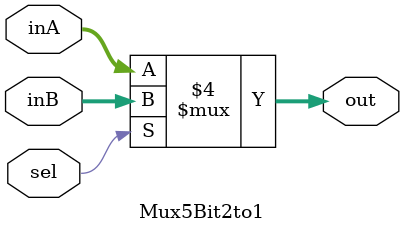
<source format=v>
`timescale 1ns / 1ps


module Mux5Bit2to1(out, inA, inB, sel);
    input [4:0] inA, inB;
    input sel;
    output reg [4:0] out;
    
    //simple mux; 0 chooses inA, 1 chooses inB.
    always @(inA, inB, sel) begin
        if(sel == 0) begin
            out <= inA;
        end
        else begin
            out <= inB;
        end
    end
    
endmodule

</source>
